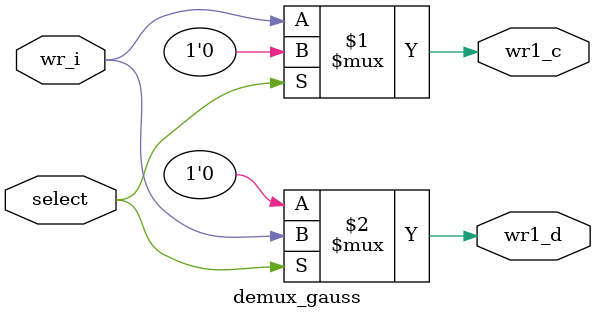
<source format=sv>
module demux_gauss (
    input logic select,
    input logic wr_i,
    output logic wr1_c, //control
    output logic wr1_d  //datos
);

    assign wr1_c = (select) ? 1'b0 : wr_i;
    assign wr1_d = (select) ? wr_i : 1'b0;

endmodule
</source>
